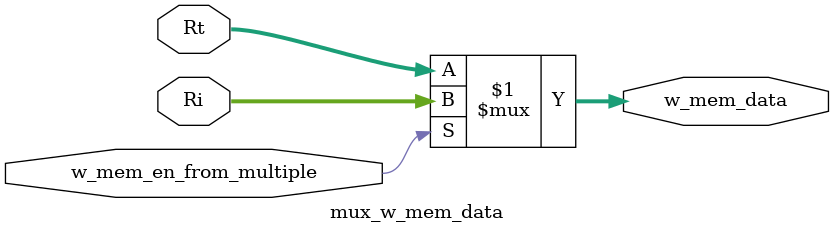
<source format=v>

module mux_w_mem_data(
		w_mem_en_from_multiple,
		Rt,
		Ri,
		w_mem_data	);

input w_mem_en_from_multiple;
input [31:0] Rt;
input [31:0] Ri;
output [31:0] w_mem_data;

assign w_mem_data= w_mem_en_from_multiple? Ri : Rt;

endmodule
</source>
